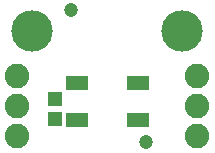
<source format=gbr>
G04 EAGLE Gerber RS-274X export*
G75*
%MOMM*%
%FSLAX34Y34*%
%LPD*%
%INSoldermask Top*%
%IPPOS*%
%AMOC8*
5,1,8,0,0,1.08239X$1,22.5*%
G01*
%ADD10R,1.203200X1.303200*%
%ADD11C,3.505200*%
%ADD12C,2.082800*%
%ADD13R,1.854200X1.203200*%
%ADD14C,1.203200*%


D10*
X44450Y27568D03*
X44450Y44568D03*
D11*
X152400Y101600D03*
X25400Y101600D03*
D12*
X12700Y12700D03*
X12700Y38100D03*
X12700Y63500D03*
X165100Y12700D03*
X165100Y38100D03*
X165100Y63500D03*
D13*
X63130Y58164D03*
X114670Y58164D03*
X114670Y26164D03*
X63130Y26164D03*
D14*
X58420Y119380D03*
X121920Y7620D03*
M02*

</source>
